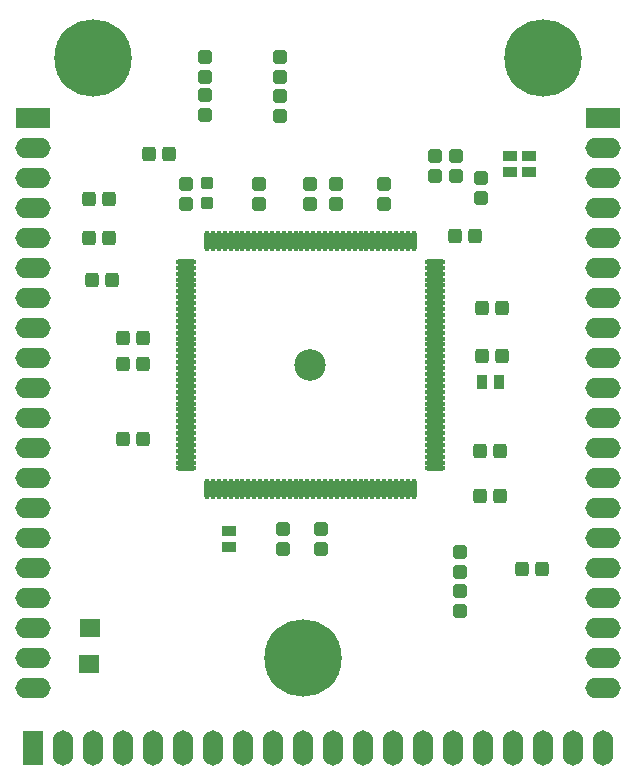
<source format=gts>
G04*
G04 #@! TF.GenerationSoftware,Altium Limited,Altium Designer,18.1.9 (240)*
G04*
G04 Layer_Color=8388736*
%FSLAX25Y25*%
%MOIN*%
G70*
G01*
G75*
%ADD27R,0.07087X0.06299*%
%ADD28R,0.04540X0.03753*%
%ADD29R,0.03753X0.04540*%
G04:AMPARAMS|DCode=30|XSize=47.37mil|YSize=43.43mil|CornerRadius=8.43mil|HoleSize=0mil|Usage=FLASHONLY|Rotation=270.000|XOffset=0mil|YOffset=0mil|HoleType=Round|Shape=RoundedRectangle|*
%AMROUNDEDRECTD30*
21,1,0.04737,0.02657,0,0,270.0*
21,1,0.03051,0.04343,0,0,270.0*
1,1,0.01686,-0.01329,-0.01526*
1,1,0.01686,-0.01329,0.01526*
1,1,0.01686,0.01329,0.01526*
1,1,0.01686,0.01329,-0.01526*
%
%ADD30ROUNDEDRECTD30*%
G04:AMPARAMS|DCode=31|XSize=39.5mil|YSize=39.5mil|CornerRadius=7.94mil|HoleSize=0mil|Usage=FLASHONLY|Rotation=270.000|XOffset=0mil|YOffset=0mil|HoleType=Round|Shape=RoundedRectangle|*
%AMROUNDEDRECTD31*
21,1,0.03950,0.02362,0,0,270.0*
21,1,0.02362,0.03950,0,0,270.0*
1,1,0.01587,-0.01181,-0.01181*
1,1,0.01587,-0.01181,0.01181*
1,1,0.01587,0.01181,0.01181*
1,1,0.01587,0.01181,-0.01181*
%
%ADD31ROUNDEDRECTD31*%
%ADD32R,0.03300X0.05800*%
G04:AMPARAMS|DCode=33|XSize=47.37mil|YSize=43.43mil|CornerRadius=8.43mil|HoleSize=0mil|Usage=FLASHONLY|Rotation=0.000|XOffset=0mil|YOffset=0mil|HoleType=Round|Shape=RoundedRectangle|*
%AMROUNDEDRECTD33*
21,1,0.04737,0.02657,0,0,0.0*
21,1,0.03051,0.04343,0,0,0.0*
1,1,0.01686,0.01526,-0.01329*
1,1,0.01686,-0.01526,-0.01329*
1,1,0.01686,-0.01526,0.01329*
1,1,0.01686,0.01526,0.01329*
%
%ADD33ROUNDEDRECTD33*%
%ADD34O,0.06902X0.01784*%
%ADD35O,0.01784X0.06902*%
%ADD36C,0.10512*%
%ADD37C,0.25800*%
%ADD38R,0.11800X0.06800*%
%ADD39O,0.11800X0.06800*%
%ADD40R,0.06800X0.11800*%
%ADD41O,0.06800X0.11800*%
D27*
X127500Y148000D02*
D03*
X127378Y136000D02*
D03*
D28*
X174000Y180256D02*
D03*
Y174744D02*
D03*
X267500Y299744D02*
D03*
Y305256D02*
D03*
X274000Y299744D02*
D03*
Y305256D02*
D03*
D29*
X258244Y230000D02*
D03*
X263756D02*
D03*
D30*
X147153Y306000D02*
D03*
X153847D02*
D03*
X127154Y291000D02*
D03*
X133846D02*
D03*
X127154Y278000D02*
D03*
X133846D02*
D03*
X249153Y278500D02*
D03*
X255847D02*
D03*
X257653Y192000D02*
D03*
X264347D02*
D03*
X128154Y264000D02*
D03*
X134846D02*
D03*
X278346Y167500D02*
D03*
X271654D02*
D03*
X264846Y254500D02*
D03*
X258154D02*
D03*
X138654Y244500D02*
D03*
X145346D02*
D03*
X138654Y236000D02*
D03*
X145346D02*
D03*
X138654Y211000D02*
D03*
X145346D02*
D03*
X264347Y207000D02*
D03*
X257653D02*
D03*
X264846Y238500D02*
D03*
X258154D02*
D03*
D31*
X166500Y289653D02*
D03*
Y296346D02*
D03*
D32*
X129122Y148000D02*
D03*
X125878D02*
D03*
X129000Y136000D02*
D03*
X125757D02*
D03*
D33*
X191000Y331653D02*
D03*
Y338347D02*
D03*
X166000Y331653D02*
D03*
Y338347D02*
D03*
X191000Y318653D02*
D03*
Y325346D02*
D03*
X166000Y318807D02*
D03*
Y325500D02*
D03*
X251000Y173346D02*
D03*
Y166654D02*
D03*
Y160346D02*
D03*
Y153654D02*
D03*
X159500Y289154D02*
D03*
Y295847D02*
D03*
X258000Y297847D02*
D03*
Y291154D02*
D03*
X242500Y305346D02*
D03*
Y298654D02*
D03*
X249500Y305346D02*
D03*
Y298654D02*
D03*
X209500Y295847D02*
D03*
Y289154D02*
D03*
X204500Y174153D02*
D03*
Y180847D02*
D03*
X192000Y174153D02*
D03*
Y180847D02*
D03*
X225500Y295847D02*
D03*
Y289154D02*
D03*
X201000Y295847D02*
D03*
Y289154D02*
D03*
X184000Y295847D02*
D03*
Y289154D02*
D03*
D34*
X242437Y201051D02*
D03*
Y203020D02*
D03*
Y204988D02*
D03*
Y206957D02*
D03*
Y208925D02*
D03*
Y210894D02*
D03*
Y212862D02*
D03*
Y214831D02*
D03*
Y216799D02*
D03*
Y218768D02*
D03*
Y220736D02*
D03*
Y222705D02*
D03*
Y224673D02*
D03*
Y226642D02*
D03*
Y228610D02*
D03*
Y230579D02*
D03*
Y232547D02*
D03*
Y234516D02*
D03*
Y236484D02*
D03*
Y238453D02*
D03*
Y240421D02*
D03*
Y242390D02*
D03*
Y244358D02*
D03*
Y246327D02*
D03*
Y248295D02*
D03*
Y250264D02*
D03*
Y252232D02*
D03*
Y254201D02*
D03*
Y256169D02*
D03*
Y258138D02*
D03*
Y260106D02*
D03*
Y262075D02*
D03*
Y264043D02*
D03*
Y266012D02*
D03*
Y267980D02*
D03*
Y269949D02*
D03*
X159563D02*
D03*
Y267980D02*
D03*
Y266012D02*
D03*
Y264043D02*
D03*
Y262075D02*
D03*
Y260106D02*
D03*
Y258138D02*
D03*
Y256169D02*
D03*
Y254201D02*
D03*
Y252232D02*
D03*
Y250264D02*
D03*
Y248295D02*
D03*
Y246327D02*
D03*
Y244358D02*
D03*
Y242390D02*
D03*
Y240421D02*
D03*
Y238453D02*
D03*
Y236484D02*
D03*
Y234516D02*
D03*
Y232547D02*
D03*
Y230579D02*
D03*
Y228610D02*
D03*
Y226642D02*
D03*
Y224673D02*
D03*
Y222705D02*
D03*
Y220736D02*
D03*
Y218768D02*
D03*
Y216799D02*
D03*
Y214831D02*
D03*
Y212862D02*
D03*
Y210894D02*
D03*
Y208925D02*
D03*
Y206957D02*
D03*
Y204988D02*
D03*
Y203020D02*
D03*
Y201051D02*
D03*
D35*
X235449Y276937D02*
D03*
X233480D02*
D03*
X231512D02*
D03*
X229543D02*
D03*
X227575D02*
D03*
X225606D02*
D03*
X223638D02*
D03*
X221669D02*
D03*
X219701D02*
D03*
X217732D02*
D03*
X215764D02*
D03*
X213795D02*
D03*
X211827D02*
D03*
X209858D02*
D03*
X207890D02*
D03*
X205921D02*
D03*
X203953D02*
D03*
X201984D02*
D03*
X200016D02*
D03*
X198047D02*
D03*
X196079D02*
D03*
X194110D02*
D03*
X192142D02*
D03*
X190173D02*
D03*
X188205D02*
D03*
X186236D02*
D03*
X184268D02*
D03*
X182299D02*
D03*
X180331D02*
D03*
X178362D02*
D03*
X176394D02*
D03*
X174425D02*
D03*
X172457D02*
D03*
X170488D02*
D03*
X168520D02*
D03*
X166551D02*
D03*
Y194063D02*
D03*
X168520D02*
D03*
X170488D02*
D03*
X172457D02*
D03*
X174425D02*
D03*
X176394D02*
D03*
X178362D02*
D03*
X180331D02*
D03*
X182299D02*
D03*
X184268D02*
D03*
X186236D02*
D03*
X188205D02*
D03*
X190173D02*
D03*
X192142D02*
D03*
X194110D02*
D03*
X196079D02*
D03*
X198047D02*
D03*
X200016D02*
D03*
X201984D02*
D03*
X203953D02*
D03*
X205921D02*
D03*
X207890D02*
D03*
X209858D02*
D03*
X211827D02*
D03*
X213795D02*
D03*
X215764D02*
D03*
X217732D02*
D03*
X219701D02*
D03*
X221669D02*
D03*
X223638D02*
D03*
X225606D02*
D03*
X227575D02*
D03*
X229543D02*
D03*
X231512D02*
D03*
X233480D02*
D03*
X235449D02*
D03*
D36*
X201000Y235500D02*
D03*
D37*
X198500Y138000D02*
D03*
X128500Y338000D02*
D03*
X278500D02*
D03*
D38*
X108500Y318000D02*
D03*
X298500D02*
D03*
D39*
X108500Y308000D02*
D03*
Y298000D02*
D03*
Y288000D02*
D03*
Y278000D02*
D03*
Y268000D02*
D03*
Y258000D02*
D03*
Y248000D02*
D03*
Y238000D02*
D03*
Y228000D02*
D03*
Y218000D02*
D03*
Y208000D02*
D03*
Y198000D02*
D03*
Y188000D02*
D03*
Y178000D02*
D03*
Y168000D02*
D03*
Y158000D02*
D03*
Y148000D02*
D03*
Y138000D02*
D03*
Y128000D02*
D03*
X298500Y308000D02*
D03*
Y298000D02*
D03*
Y288000D02*
D03*
Y278000D02*
D03*
Y268000D02*
D03*
Y258000D02*
D03*
Y248000D02*
D03*
Y238000D02*
D03*
Y228000D02*
D03*
Y218000D02*
D03*
Y208000D02*
D03*
Y198000D02*
D03*
Y188000D02*
D03*
Y178000D02*
D03*
Y168000D02*
D03*
Y158000D02*
D03*
Y148000D02*
D03*
Y138000D02*
D03*
Y128000D02*
D03*
D40*
X108500Y108000D02*
D03*
D41*
X118500D02*
D03*
X128500D02*
D03*
X138500D02*
D03*
X148500D02*
D03*
X158500D02*
D03*
X168500D02*
D03*
X178500D02*
D03*
X188500D02*
D03*
X198500D02*
D03*
X208500D02*
D03*
X218500D02*
D03*
X228500D02*
D03*
X238500D02*
D03*
X248500D02*
D03*
X258500D02*
D03*
X268500D02*
D03*
X278500D02*
D03*
X288500D02*
D03*
X298500D02*
D03*
M02*

</source>
